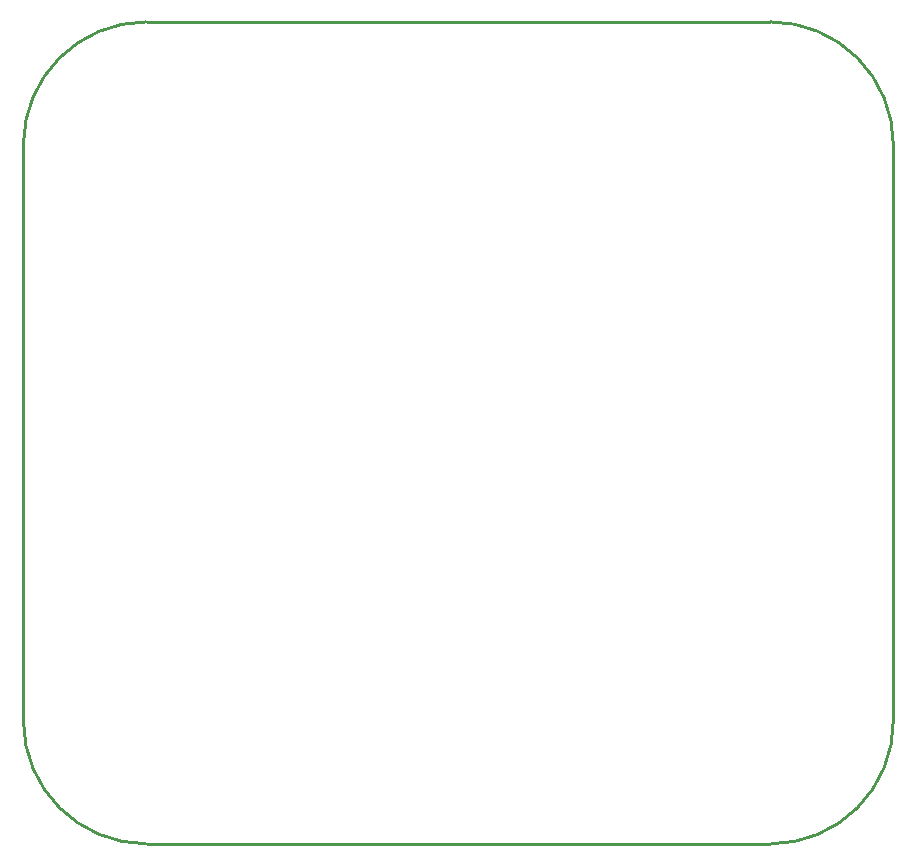
<source format=gko>
G04 Layer: BoardOutline*
G04 EasyEDA v6.4.7, 2020-10-11T20:05:18--4:00*
G04 e6b0d2e49f2c434995fed72e9f85cac0,1eb4b4baf0c945e885b29d49d8d6ac6e,10*
G04 Gerber Generator version 0.2*
G04 Scale: 100 percent, Rotated: No, Reflected: No *
G04 Dimensions in millimeters *
G04 leading zeros omitted , absolute positions ,3 integer and 3 decimal *
%FSLAX33Y33*%
%MOMM*%
G90*
D02*

%ADD10C,0.254000*%
G54D10*
G01X73662Y59184D02*
G01X73662Y10416D01*
G01X10441Y69598D02*
G01X63248Y69598D01*
G01X63248Y2D02*
G01X10441Y2D01*
G01X0Y10440D02*
G01X0Y59160D01*
G75*
G01X63248Y69598D02*
G02X73662Y59184I18J-10396D01*
G01*
G75*
G01X73662Y10416D02*
G02X63248Y2I-10396J-18D01*
G01*
G75*
G01X10440Y0D02*
G02X0Y10440I0J10440D01*
G01*
G75*
G01X0Y59160D02*
G02X10440Y69600I10440J0D01*
G01*

%LPD*%
M00*
M02*

</source>
